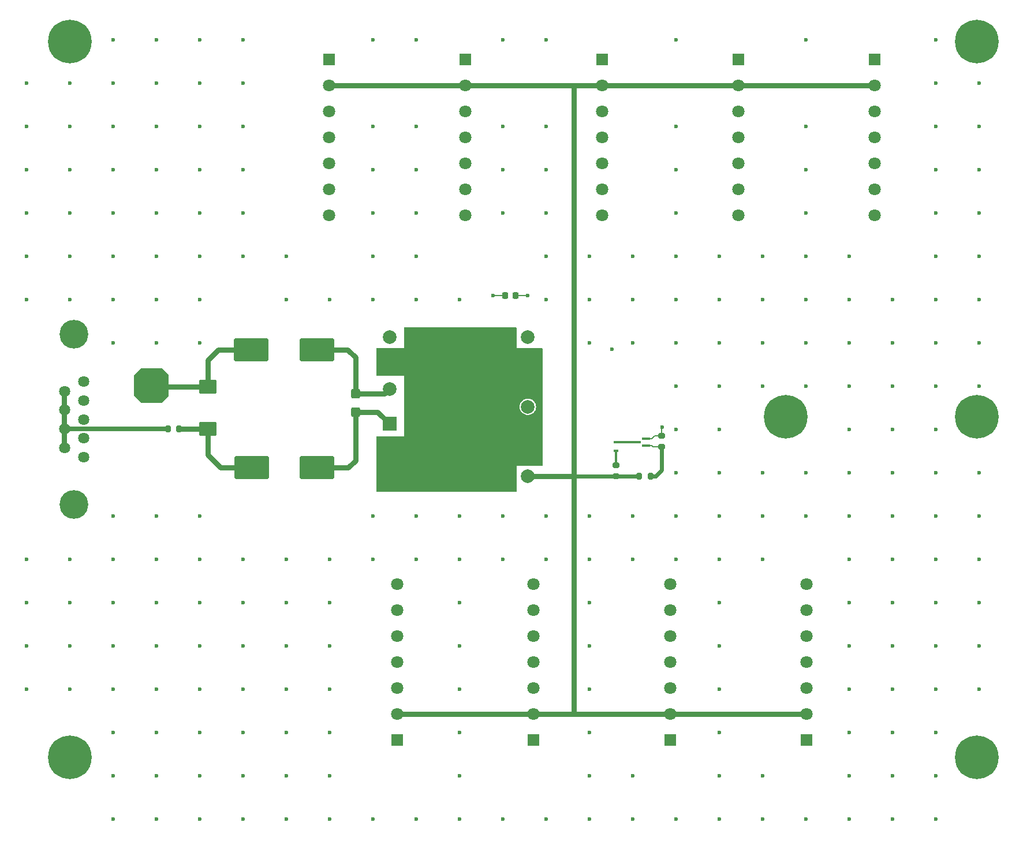
<source format=gbr>
%TF.GenerationSoftware,KiCad,Pcbnew,8.0.6*%
%TF.CreationDate,2024-12-10T16:09:11-05:00*%
%TF.ProjectId,Telem_PWR_Board,54656c65-6d5f-4505-9752-5f426f617264,rev?*%
%TF.SameCoordinates,Original*%
%TF.FileFunction,Copper,L1,Top*%
%TF.FilePolarity,Positive*%
%FSLAX46Y46*%
G04 Gerber Fmt 4.6, Leading zero omitted, Abs format (unit mm)*
G04 Created by KiCad (PCBNEW 8.0.6) date 2024-12-10 16:09:11*
%MOMM*%
%LPD*%
G01*
G04 APERTURE LIST*
G04 Aperture macros list*
%AMRoundRect*
0 Rectangle with rounded corners*
0 $1 Rounding radius*
0 $2 $3 $4 $5 $6 $7 $8 $9 X,Y pos of 4 corners*
0 Add a 4 corners polygon primitive as box body*
4,1,4,$2,$3,$4,$5,$6,$7,$8,$9,$2,$3,0*
0 Add four circle primitives for the rounded corners*
1,1,$1+$1,$2,$3*
1,1,$1+$1,$4,$5*
1,1,$1+$1,$6,$7*
1,1,$1+$1,$8,$9*
0 Add four rect primitives between the rounded corners*
20,1,$1+$1,$2,$3,$4,$5,0*
20,1,$1+$1,$4,$5,$6,$7,0*
20,1,$1+$1,$6,$7,$8,$9,0*
20,1,$1+$1,$8,$9,$2,$3,0*%
G04 Aperture macros list end*
%TA.AperFunction,SMDPad,CuDef*%
%ADD10RoundRect,0.250000X1.025000X-0.787500X1.025000X0.787500X-1.025000X0.787500X-1.025000X-0.787500X0*%
%TD*%
%TA.AperFunction,ComponentPad*%
%ADD11C,6.400000*%
%TD*%
%TA.AperFunction,SMDPad,CuDef*%
%ADD12RoundRect,0.250000X0.425000X-0.450000X0.425000X0.450000X-0.425000X0.450000X-0.425000X-0.450000X0*%
%TD*%
%TA.AperFunction,ComponentPad*%
%ADD13R,1.800000X1.800000*%
%TD*%
%TA.AperFunction,ComponentPad*%
%ADD14C,1.800000*%
%TD*%
%TA.AperFunction,SMDPad,CuDef*%
%ADD15RoundRect,0.200000X-0.275000X0.200000X-0.275000X-0.200000X0.275000X-0.200000X0.275000X0.200000X0*%
%TD*%
%TA.AperFunction,SMDPad,CuDef*%
%ADD16RoundRect,0.225000X0.225000X0.250000X-0.225000X0.250000X-0.225000X-0.250000X0.225000X-0.250000X0*%
%TD*%
%TA.AperFunction,SMDPad,CuDef*%
%ADD17RoundRect,0.170000X2.330000X-1.530000X2.330000X1.530000X-2.330000X1.530000X-2.330000X-1.530000X0*%
%TD*%
%TA.AperFunction,SMDPad,CuDef*%
%ADD18RoundRect,0.200000X-0.200000X-0.275000X0.200000X-0.275000X0.200000X0.275000X-0.200000X0.275000X0*%
%TD*%
%TA.AperFunction,SMDPad,CuDef*%
%ADD19R,0.711200X0.444500*%
%TD*%
%TA.AperFunction,ComponentPad*%
%ADD20R,2.000000X2.000000*%
%TD*%
%TA.AperFunction,ComponentPad*%
%ADD21C,2.000000*%
%TD*%
%TA.AperFunction,SMDPad,CuDef*%
%ADD22R,1.161200X0.350800*%
%TD*%
%TA.AperFunction,ComponentPad*%
%ADD23C,1.635000*%
%TD*%
%TA.AperFunction,ComponentPad*%
%ADD24C,4.216000*%
%TD*%
%TA.AperFunction,ViaPad*%
%ADD25C,1.200000*%
%TD*%
%TA.AperFunction,ViaPad*%
%ADD26C,0.600000*%
%TD*%
%TA.AperFunction,Conductor*%
%ADD27C,0.800000*%
%TD*%
%TA.AperFunction,Conductor*%
%ADD28C,0.600000*%
%TD*%
%TA.AperFunction,Conductor*%
%ADD29C,0.200000*%
%TD*%
%TA.AperFunction,Conductor*%
%ADD30C,0.700000*%
%TD*%
%TA.AperFunction,Conductor*%
%ADD31C,0.300000*%
%TD*%
G04 APERTURE END LIST*
D10*
%TO.P,C1,1*%
%TO.N,Net-(C1-Pad1)*%
X255170000Y-196802500D03*
%TO.P,C1,2*%
%TO.N,/V_SEC_RTN*%
X255170000Y-190577500D03*
%TD*%
D11*
%TO.P,H6,1,1*%
%TO.N,CHASSIS*%
X235000000Y-140000000D03*
%TD*%
D12*
%TO.P,C2,1*%
%TO.N,/Telem_PWR_Single_Rail/V_POS*%
X276860221Y-194340657D03*
%TO.P,C2,2*%
%TO.N,/Telem_PWR_Single_Rail/V_RTN*%
X276860221Y-191640657D03*
%TD*%
D13*
%TO.P,J7,01,01*%
%TO.N,/V_P5V_RTN*%
X303000000Y-242400000D03*
D14*
%TO.P,J7,02,02*%
%TO.N,/V_P5V*%
X303000000Y-238590000D03*
%TO.P,J7,03,03*%
%TO.N,/V_P5V_RTN*%
X303000000Y-234780000D03*
%TO.P,J7,04,04*%
%TO.N,/V_SEC_RTN*%
X303000000Y-230970000D03*
%TO.P,J7,05,05*%
%TO.N,/V_SEC_IN*%
X303000000Y-227160000D03*
%TO.P,J7,06,06*%
%TO.N,/V_SEC_RTN*%
X303000000Y-223350000D03*
%TO.P,J7,07,07*%
%TO.N,/V_SEC_IN*%
X303000000Y-219540000D03*
%TD*%
D11*
%TO.P,H4,1,1*%
%TO.N,CHASSIS*%
X340000000Y-195000000D03*
%TD*%
%TO.P,H5,1,1*%
%TO.N,CHASSIS*%
X368000000Y-195000000D03*
%TD*%
D15*
%TO.P,R4,1*%
%TO.N,Net-(LED1-Pad2)*%
X315076825Y-202083175D03*
%TO.P,R4,2*%
%TO.N,/V_P5V*%
X315076825Y-203733175D03*
%TD*%
D13*
%TO.P,J8,01,01*%
%TO.N,/V_P5V_RTN*%
X323000000Y-242400000D03*
D14*
%TO.P,J8,02,02*%
%TO.N,/V_P5V*%
X323000000Y-238590000D03*
%TO.P,J8,03,03*%
%TO.N,/V_P5V_RTN*%
X323000000Y-234780000D03*
%TO.P,J8,04,04*%
%TO.N,/V_SEC_RTN*%
X323000000Y-230970000D03*
%TO.P,J8,05,05*%
%TO.N,/V_SEC_IN*%
X323000000Y-227160000D03*
%TO.P,J8,06,06*%
%TO.N,/V_SEC_RTN*%
X323000000Y-223350000D03*
%TO.P,J8,07,07*%
%TO.N,/V_SEC_IN*%
X323000000Y-219540000D03*
%TD*%
D13*
%TO.P,J2,01,01*%
%TO.N,/V_P5V_RTN*%
X293000000Y-142600000D03*
D14*
%TO.P,J2,02,02*%
%TO.N,/V_P5V*%
X293000000Y-146410000D03*
%TO.P,J2,03,03*%
%TO.N,/V_P5V_RTN*%
X293000000Y-150220000D03*
%TO.P,J2,04,04*%
%TO.N,/V_SEC_RTN*%
X293000000Y-154030000D03*
%TO.P,J2,05,05*%
%TO.N,/V_SEC_IN*%
X293000000Y-157840000D03*
%TO.P,J2,06,06*%
%TO.N,/V_SEC_RTN*%
X293000000Y-161650000D03*
%TO.P,J2,07,07*%
%TO.N,/V_SEC_IN*%
X293000000Y-165460000D03*
%TD*%
D16*
%TO.P,C7,1*%
%TO.N,/V_P5V_RTN*%
X300325221Y-177203157D03*
%TO.P,C7,2*%
%TO.N,CHASSIS*%
X298775221Y-177203157D03*
%TD*%
D13*
%TO.P,J6,01,01*%
%TO.N,/V_P5V_RTN*%
X283000000Y-242400000D03*
D14*
%TO.P,J6,02,02*%
%TO.N,/V_P5V*%
X283000000Y-238590000D03*
%TO.P,J6,03,03*%
%TO.N,/V_P5V_RTN*%
X283000000Y-234780000D03*
%TO.P,J6,04,04*%
%TO.N,/V_SEC_RTN*%
X283000000Y-230970000D03*
%TO.P,J6,05,05*%
%TO.N,/V_SEC_IN*%
X283000000Y-227160000D03*
%TO.P,J6,06,06*%
%TO.N,/V_SEC_RTN*%
X283000000Y-223350000D03*
%TO.P,J6,07,07*%
%TO.N,/V_SEC_IN*%
X283000000Y-219540000D03*
%TD*%
D11*
%TO.P,H2,1,1*%
%TO.N,CHASSIS*%
X368000000Y-245000000D03*
%TD*%
D13*
%TO.P,J9,01,01*%
%TO.N,/V_P5V_RTN*%
X343000000Y-242400000D03*
D14*
%TO.P,J9,02,02*%
%TO.N,/V_P5V*%
X343000000Y-238590000D03*
%TO.P,J9,03,03*%
%TO.N,/V_P5V_RTN*%
X343000000Y-234780000D03*
%TO.P,J9,04,04*%
%TO.N,/V_SEC_RTN*%
X343000000Y-230970000D03*
%TO.P,J9,05,05*%
%TO.N,/V_SEC_IN*%
X343000000Y-227160000D03*
%TO.P,J9,06,06*%
%TO.N,/V_SEC_RTN*%
X343000000Y-223350000D03*
%TO.P,J9,07,07*%
%TO.N,/V_SEC_IN*%
X343000000Y-219540000D03*
%TD*%
D11*
%TO.P,H1,1,1*%
%TO.N,CHASSIS*%
X235000000Y-245000000D03*
%TD*%
D17*
%TO.P,L2,1,1*%
%TO.N,/V_SEC_RTN*%
X261570000Y-185191000D03*
%TO.P,L2,2,2*%
%TO.N,/Telem_PWR_Single_Rail/V_RTN*%
X271170000Y-185191000D03*
%TD*%
D13*
%TO.P,J4,01,01*%
%TO.N,/V_P5V_RTN*%
X333000000Y-142600000D03*
D14*
%TO.P,J4,02,02*%
%TO.N,/V_P5V*%
X333000000Y-146410000D03*
%TO.P,J4,03,03*%
%TO.N,/V_P5V_RTN*%
X333000000Y-150220000D03*
%TO.P,J4,04,04*%
%TO.N,/V_SEC_RTN*%
X333000000Y-154030000D03*
%TO.P,J4,05,05*%
%TO.N,/V_SEC_IN*%
X333000000Y-157840000D03*
%TO.P,J4,06,06*%
%TO.N,/V_SEC_RTN*%
X333000000Y-161650000D03*
%TO.P,J4,07,07*%
%TO.N,/V_SEC_IN*%
X333000000Y-165460000D03*
%TD*%
D18*
%TO.P,R2,1*%
%TO.N,/V_P5V*%
X318471825Y-203738175D03*
%TO.P,R2,2*%
%TO.N,Net-(M1-Pad1)*%
X320121825Y-203738175D03*
%TD*%
D19*
%TO.P,LED,1*%
%TO.N,Net-(LED1-Pad1)*%
X315066825Y-198769525D03*
%TO.P,LED,2*%
%TO.N,Net-(LED1-Pad2)*%
X315066825Y-200026825D03*
%TD*%
D13*
%TO.P,J1,01,01*%
%TO.N,/V_P5V_RTN*%
X273000000Y-142600000D03*
D14*
%TO.P,J1,02,02*%
%TO.N,/V_P5V*%
X273000000Y-146410000D03*
%TO.P,J1,03,03*%
%TO.N,/V_P5V_RTN*%
X273000000Y-150220000D03*
%TO.P,J1,04,04*%
%TO.N,/V_SEC_RTN*%
X273000000Y-154030000D03*
%TO.P,J1,05,05*%
%TO.N,/V_SEC_IN*%
X273000000Y-157840000D03*
%TO.P,J1,06,06*%
%TO.N,/V_SEC_RTN*%
X273000000Y-161650000D03*
%TO.P,J1,07,07*%
%TO.N,/V_SEC_IN*%
X273000000Y-165460000D03*
%TD*%
D20*
%TO.P,U1,1,+VIN*%
%TO.N,/Telem_PWR_Single_Rail/V_POS*%
X281837721Y-196043157D03*
D21*
%TO.P,U1,2,-VIN*%
%TO.N,/Telem_PWR_Single_Rail/V_RTN*%
X281837721Y-190943157D03*
%TO.P,U1,3,+VOUT*%
%TO.N,/V_P5V*%
X302137721Y-203743157D03*
%TO.P,U1,4,TRIM*%
%TO.N,unconnected-(U1-TRIM-Pad4)*%
X302137721Y-193543157D03*
%TO.P,U1,5,-VOUT*%
%TO.N,/V_P5V_RTN*%
X302137721Y-183343157D03*
%TO.P,U1,6,REMOTE*%
%TO.N,unconnected-(U1-REMOTE-Pad6)*%
X281837721Y-183343157D03*
%TD*%
D22*
%TO.P,M1,1,1*%
%TO.N,Net-(M1-Pad1)*%
X319451825Y-199258174D03*
%TO.P,M1,2,2*%
%TO.N,/V_P5V_RTN*%
X319451825Y-198258176D03*
%TO.P,M1,3,3*%
%TO.N,Net-(LED1-Pad1)*%
X318101825Y-198758175D03*
%TD*%
D18*
%TO.P,F1,1*%
%TO.N,/V_SEC_IN*%
X249335221Y-196793157D03*
%TO.P,F1,2*%
%TO.N,Net-(C1-Pad1)*%
X250985221Y-196793157D03*
%TD*%
D13*
%TO.P,J5,01,01*%
%TO.N,/V_P5V_RTN*%
X353000000Y-142600000D03*
D14*
%TO.P,J5,02,02*%
%TO.N,/V_P5V*%
X353000000Y-146410000D03*
%TO.P,J5,03,03*%
%TO.N,/V_P5V_RTN*%
X353000000Y-150220000D03*
%TO.P,J5,04,04*%
%TO.N,/V_SEC_RTN*%
X353000000Y-154030000D03*
%TO.P,J5,05,05*%
%TO.N,/V_SEC_IN*%
X353000000Y-157840000D03*
%TO.P,J5,06,06*%
%TO.N,/V_SEC_RTN*%
X353000000Y-161650000D03*
%TO.P,J5,07,07*%
%TO.N,/V_SEC_IN*%
X353000000Y-165460000D03*
%TD*%
D13*
%TO.P,J3,01,01*%
%TO.N,/V_P5V_RTN*%
X313000000Y-142600000D03*
D14*
%TO.P,J3,02,02*%
%TO.N,/V_P5V*%
X313000000Y-146410000D03*
%TO.P,J3,03,03*%
%TO.N,/V_P5V_RTN*%
X313000000Y-150220000D03*
%TO.P,J3,04,04*%
%TO.N,/V_SEC_RTN*%
X313000000Y-154030000D03*
%TO.P,J3,05,05*%
%TO.N,/V_SEC_IN*%
X313000000Y-157840000D03*
%TO.P,J3,06,06*%
%TO.N,/V_SEC_RTN*%
X313000000Y-161650000D03*
%TO.P,J3,07,07*%
%TO.N,/V_SEC_IN*%
X313000000Y-165460000D03*
%TD*%
D23*
%TO.P,P1,1*%
%TO.N,/V_SEC_RTN*%
X237010000Y-200940000D03*
%TO.P,P1,2*%
X237010000Y-198170000D03*
%TO.P,P1,3*%
%TO.N,unconnected-(P1-Pad3)*%
X237010000Y-195400000D03*
%TO.P,P1,4*%
%TO.N,/V_SEC_RTN*%
X237010000Y-192630000D03*
%TO.P,P1,5*%
X237010000Y-189860000D03*
%TO.P,P1,6*%
%TO.N,/V_SEC_IN*%
X234170000Y-199555000D03*
%TO.P,P1,7*%
X234170000Y-196785000D03*
%TO.P,P1,8*%
X234170000Y-194015000D03*
%TO.P,P1,9*%
X234170000Y-191245000D03*
D24*
%TO.P,P1,S1*%
%TO.N,CHASSIS*%
X235590000Y-182900000D03*
%TO.P,P1,S2*%
X235590000Y-207900000D03*
%TD*%
D17*
%TO.P,L1,1,1*%
%TO.N,Net-(C1-Pad1)*%
X261630000Y-202461000D03*
%TO.P,L1,2,2*%
%TO.N,/Telem_PWR_Single_Rail/V_POS*%
X271230000Y-202461000D03*
%TD*%
D11*
%TO.P,H3,1,1*%
%TO.N,CHASSIS*%
X368000000Y-140000000D03*
%TD*%
D15*
%TO.P,R3,1*%
%TO.N,/V_P5V_RTN*%
X321796825Y-197773175D03*
%TO.P,R3,2*%
%TO.N,Net-(M1-Pad1)*%
X321796825Y-199423175D03*
%TD*%
D25*
%TO.N,CHASSIS*%
X282575000Y-198755000D03*
X282575000Y-186055000D03*
X301625000Y-189230000D03*
X301625000Y-186055000D03*
X301625000Y-198755000D03*
X282575000Y-201930000D03*
X282575000Y-205105000D03*
X288925000Y-205105000D03*
X298450000Y-205105000D03*
X298450000Y-201930000D03*
X292100000Y-201930000D03*
X292100000Y-205105000D03*
X288925000Y-201930000D03*
X295275000Y-205105000D03*
X285750000Y-201930000D03*
X292100000Y-195580000D03*
X295275000Y-201930000D03*
X285750000Y-205105000D03*
X288925000Y-198755000D03*
X295275000Y-198755000D03*
X298450000Y-198755000D03*
X285750000Y-198755000D03*
X285750000Y-195580000D03*
X292100000Y-198755000D03*
X288925000Y-195580000D03*
X298450000Y-195580000D03*
X295275000Y-195580000D03*
X292100000Y-189230000D03*
X288925000Y-192405000D03*
X295275000Y-192405000D03*
X298450000Y-192405000D03*
X285750000Y-192405000D03*
X285750000Y-189230000D03*
X292100000Y-192405000D03*
X288925000Y-189230000D03*
X298450000Y-189230000D03*
X295275000Y-189230000D03*
X292100000Y-186055000D03*
X285750000Y-186055000D03*
X288925000Y-186055000D03*
X298450000Y-186055000D03*
X295275000Y-186055000D03*
X295275000Y-182880000D03*
X298450000Y-182880000D03*
X292100000Y-182880000D03*
X288925000Y-182880000D03*
D26*
%TO.N,/V_SEC_RTN*%
X336550000Y-247650000D03*
X245670000Y-190400000D03*
X323850000Y-165100000D03*
X304800000Y-209550000D03*
X323850000Y-215900000D03*
X336550000Y-171450000D03*
X317500000Y-209550000D03*
X323850000Y-209550000D03*
X247650000Y-158750000D03*
X323850000Y-177800000D03*
X228600000Y-222250000D03*
X355600000Y-190500000D03*
X368300000Y-171450000D03*
X241300000Y-171450000D03*
X285750000Y-215900000D03*
X285750000Y-171450000D03*
X254000000Y-228600000D03*
X311150000Y-171450000D03*
X279400000Y-165100000D03*
X368300000Y-215900000D03*
X323850000Y-190500000D03*
X273050000Y-228600000D03*
X266700000Y-171450000D03*
X247650000Y-254000000D03*
X361950000Y-190500000D03*
X260350000Y-165100000D03*
X349250000Y-203200000D03*
X368300000Y-152400000D03*
X349250000Y-247650000D03*
X273050000Y-241300000D03*
X248210000Y-190400000D03*
X323850000Y-184150000D03*
X311150000Y-184150000D03*
X330200000Y-184150000D03*
X330200000Y-234950000D03*
X241300000Y-228600000D03*
X355600000Y-209550000D03*
X355600000Y-196850000D03*
X273050000Y-222250000D03*
X355600000Y-241300000D03*
X361950000Y-146050000D03*
X241300000Y-177800000D03*
X330200000Y-247650000D03*
X317500000Y-254000000D03*
X342900000Y-139700000D03*
X273050000Y-234950000D03*
X349250000Y-196850000D03*
X342900000Y-152400000D03*
X292100000Y-254000000D03*
X349250000Y-171450000D03*
X304800000Y-171450000D03*
X349250000Y-254000000D03*
X336550000Y-254000000D03*
X260350000Y-139700000D03*
X368300000Y-209550000D03*
X317500000Y-247650000D03*
X266700000Y-247650000D03*
X342900000Y-171450000D03*
X304800000Y-158750000D03*
X246940000Y-191670000D03*
X361950000Y-234950000D03*
X336550000Y-209550000D03*
X279400000Y-209550000D03*
X304800000Y-177800000D03*
X254000000Y-146050000D03*
X247650000Y-184150000D03*
X285750000Y-254000000D03*
X228600000Y-152400000D03*
X311150000Y-254000000D03*
X247650000Y-209550000D03*
X311150000Y-234950000D03*
X241300000Y-139700000D03*
X292100000Y-241300000D03*
X292100000Y-215900000D03*
X266700000Y-177800000D03*
X247650000Y-215900000D03*
X330200000Y-190500000D03*
X241300000Y-234950000D03*
X241300000Y-165100000D03*
X368300000Y-228600000D03*
X254000000Y-177800000D03*
X298450000Y-254000000D03*
X361950000Y-171450000D03*
X241300000Y-152400000D03*
X247650000Y-177800000D03*
X247650000Y-234950000D03*
X247650000Y-165100000D03*
X260350000Y-171450000D03*
X273050000Y-215900000D03*
X260350000Y-234950000D03*
X330200000Y-228600000D03*
X368300000Y-203200000D03*
X241300000Y-254000000D03*
X330200000Y-177800000D03*
X361950000Y-228600000D03*
X260350000Y-222250000D03*
X254000000Y-165100000D03*
X298450000Y-209550000D03*
X254000000Y-222250000D03*
X254000000Y-184150000D03*
X330200000Y-209550000D03*
X245670000Y-189130000D03*
X361950000Y-247650000D03*
X254000000Y-209550000D03*
X336550000Y-215900000D03*
X342900000Y-203200000D03*
X361950000Y-209550000D03*
X241300000Y-222250000D03*
X368300000Y-184150000D03*
X349250000Y-241300000D03*
X349250000Y-177800000D03*
X273050000Y-247650000D03*
X368300000Y-222250000D03*
X342900000Y-209550000D03*
X254000000Y-215900000D03*
X304800000Y-254000000D03*
X279400000Y-254000000D03*
X311150000Y-215900000D03*
X260350000Y-254000000D03*
X254000000Y-247650000D03*
X234950000Y-177800000D03*
X336550000Y-190500000D03*
X241300000Y-184150000D03*
X228600000Y-171450000D03*
X311150000Y-209550000D03*
X323850000Y-196850000D03*
X234950000Y-165100000D03*
X292100000Y-234950000D03*
X241300000Y-247650000D03*
X279400000Y-171450000D03*
X260350000Y-228600000D03*
X349250000Y-215900000D03*
X266700000Y-241300000D03*
X254000000Y-158750000D03*
X247650000Y-171450000D03*
X323850000Y-203200000D03*
X368300000Y-146050000D03*
X285750000Y-158750000D03*
X247650000Y-228600000D03*
X285750000Y-139700000D03*
X234950000Y-171450000D03*
X254000000Y-254000000D03*
X368300000Y-190500000D03*
X247650000Y-222250000D03*
X355600000Y-215900000D03*
X355600000Y-184150000D03*
X304800000Y-139700000D03*
X260350000Y-247650000D03*
X336550000Y-184150000D03*
X361950000Y-152400000D03*
X260350000Y-158750000D03*
X285750000Y-209550000D03*
X285750000Y-152400000D03*
X342900000Y-158750000D03*
X349250000Y-190500000D03*
X355600000Y-234950000D03*
X342900000Y-165100000D03*
X361950000Y-177800000D03*
X234950000Y-215900000D03*
X342900000Y-190500000D03*
X349250000Y-234950000D03*
X342900000Y-177800000D03*
X317500000Y-184150000D03*
X311150000Y-222250000D03*
X361950000Y-254000000D03*
X273050000Y-177800000D03*
X228600000Y-146050000D03*
X234950000Y-158750000D03*
X279400000Y-152400000D03*
X266700000Y-254000000D03*
X361950000Y-165100000D03*
X368300000Y-234950000D03*
X361950000Y-139700000D03*
X254000000Y-234950000D03*
X245670000Y-191670000D03*
X361950000Y-158750000D03*
X234950000Y-234950000D03*
X292100000Y-228600000D03*
X330200000Y-203200000D03*
X355600000Y-247650000D03*
X228600000Y-215900000D03*
X241300000Y-241300000D03*
X317500000Y-177800000D03*
X241300000Y-158750000D03*
X247650000Y-139700000D03*
X241300000Y-209550000D03*
X260350000Y-146050000D03*
X304800000Y-152400000D03*
X323850000Y-171450000D03*
X361950000Y-222250000D03*
X279400000Y-139700000D03*
X323850000Y-254000000D03*
X234950000Y-222250000D03*
X323850000Y-152400000D03*
X330200000Y-196850000D03*
X330200000Y-215900000D03*
X361950000Y-184150000D03*
X368300000Y-177800000D03*
X247650000Y-241300000D03*
X260350000Y-215900000D03*
X279400000Y-177800000D03*
X260350000Y-152400000D03*
X330200000Y-241300000D03*
X311150000Y-177800000D03*
X368300000Y-165100000D03*
X234950000Y-228600000D03*
X260350000Y-241300000D03*
X247650000Y-152400000D03*
X241300000Y-215900000D03*
X246940000Y-189130000D03*
X311150000Y-241300000D03*
X355600000Y-222250000D03*
X248210000Y-191670000D03*
X311150000Y-228600000D03*
X246940000Y-190400000D03*
X254000000Y-139700000D03*
X342900000Y-254000000D03*
X330200000Y-171450000D03*
X349250000Y-209550000D03*
X323850000Y-139700000D03*
X304800000Y-165100000D03*
X266700000Y-228600000D03*
X228600000Y-158750000D03*
X254000000Y-241300000D03*
X234950000Y-146050000D03*
X247650000Y-247650000D03*
X349250000Y-222250000D03*
X323850000Y-158750000D03*
X361950000Y-196850000D03*
X273050000Y-254000000D03*
X361950000Y-241300000D03*
X336550000Y-177800000D03*
X311150000Y-247650000D03*
X298450000Y-139700000D03*
X254000000Y-171450000D03*
X285750000Y-165100000D03*
X266700000Y-215900000D03*
X228600000Y-228600000D03*
X247650000Y-146050000D03*
X298450000Y-165100000D03*
X298450000Y-152400000D03*
X285750000Y-177800000D03*
X266700000Y-222250000D03*
X355600000Y-203200000D03*
X342900000Y-184150000D03*
X336550000Y-203200000D03*
X298450000Y-215900000D03*
X234950000Y-152400000D03*
X292100000Y-177800000D03*
X298450000Y-158750000D03*
X349250000Y-184150000D03*
X292100000Y-209550000D03*
X330200000Y-222250000D03*
X228600000Y-177800000D03*
X317500000Y-215900000D03*
X368300000Y-158750000D03*
X228600000Y-165100000D03*
X361950000Y-215900000D03*
X292100000Y-222250000D03*
X241300000Y-146050000D03*
X349250000Y-228600000D03*
X304800000Y-215900000D03*
X228600000Y-234950000D03*
X266700000Y-234950000D03*
X279400000Y-158750000D03*
X355600000Y-228600000D03*
X248210000Y-189130000D03*
X317500000Y-171450000D03*
X355600000Y-177800000D03*
X279400000Y-215900000D03*
X361950000Y-203200000D03*
X292100000Y-247650000D03*
X330200000Y-254000000D03*
X355600000Y-254000000D03*
X254000000Y-152400000D03*
%TO.N,CHASSIS*%
X297000221Y-177193157D03*
D25*
X285750000Y-182880000D03*
D26*
%TO.N,/V_P5V_RTN*%
X302150221Y-177203157D03*
X314490000Y-185142500D03*
X321800000Y-196540000D03*
%TD*%
D27*
%TO.N,Net-(C1-Pad1)*%
X257061000Y-202461000D02*
X255170000Y-200570000D01*
X261630000Y-202461000D02*
X257061000Y-202461000D01*
X255170000Y-196802500D02*
X250994564Y-196802500D01*
X255170000Y-200570000D02*
X255170000Y-196802500D01*
X250994564Y-196802500D02*
X250985221Y-196793157D01*
%TO.N,/V_SEC_RTN*%
X255170000Y-186740000D02*
X255170000Y-190577500D01*
X256719000Y-185191000D02*
X255170000Y-186740000D01*
X255170000Y-190577500D02*
X245847500Y-190577500D01*
X245847500Y-190577500D02*
X245670000Y-190400000D01*
X261570000Y-185191000D02*
X256719000Y-185191000D01*
%TO.N,/Telem_PWR_Single_Rail/V_POS*%
X280135221Y-194340657D02*
X276860221Y-194340657D01*
X281837721Y-196043157D02*
X280135221Y-194340657D01*
X276860221Y-194340657D02*
X276860221Y-201409779D01*
X276860221Y-201409779D02*
X275809000Y-202461000D01*
X275809000Y-202461000D02*
X271230000Y-202461000D01*
D28*
%TO.N,/V_P5V*%
X308890000Y-203740000D02*
X315070000Y-203740000D01*
D27*
X308890000Y-238590000D02*
X343000000Y-238590000D01*
X308890000Y-203740000D02*
X308890000Y-238590000D01*
X308890000Y-146410000D02*
X353000000Y-146410000D01*
D28*
X318471825Y-203738175D02*
X315081825Y-203738175D01*
D29*
X302137721Y-203743157D02*
X302140878Y-203740000D01*
D27*
X302140878Y-203740000D02*
X308890000Y-203740000D01*
D29*
X315081825Y-203738175D02*
X315076825Y-203733175D01*
X315081825Y-203738175D02*
X315091825Y-203748175D01*
D27*
X308890000Y-203740000D02*
X308890000Y-146410000D01*
X308890000Y-146410000D02*
X273000000Y-146410000D01*
D29*
X302130221Y-203750657D02*
X302200878Y-203680000D01*
D27*
X315070000Y-203740000D02*
X315076825Y-203733175D01*
D29*
X302130221Y-203750657D02*
X302137721Y-203743157D01*
D27*
X308890000Y-238590000D02*
X283000000Y-238590000D01*
D29*
%TO.N,CHASSIS*%
X297010221Y-177203157D02*
X297000221Y-177193157D01*
X298775221Y-177203157D02*
X297010221Y-177203157D01*
%TO.N,/V_SEC_IN*%
X234170221Y-196793157D02*
X234150221Y-196813157D01*
D30*
X249335221Y-196793157D02*
X234170221Y-196793157D01*
D27*
X234150221Y-196813157D02*
X234150221Y-199543157D01*
X234150221Y-196773157D02*
X234150221Y-191233157D01*
D29*
X234170221Y-196793157D02*
X234150221Y-196773157D01*
D27*
%TO.N,/Telem_PWR_Single_Rail/V_RTN*%
X281140221Y-191640657D02*
X281837721Y-190943157D01*
X276860221Y-191640657D02*
X281140221Y-191640657D01*
X276860221Y-186320221D02*
X275731000Y-185191000D01*
X276860221Y-191640657D02*
X276860221Y-186320221D01*
X275731000Y-185191000D02*
X271170000Y-185191000D01*
D29*
%TO.N,/V_P5V_RTN*%
X321796825Y-196543175D02*
X321800000Y-196540000D01*
X319451825Y-198258176D02*
X320276824Y-198258176D01*
X321796825Y-197773175D02*
X321796825Y-196543175D01*
X320276824Y-198258176D02*
X320761825Y-197773175D01*
X300325221Y-177203157D02*
X302150221Y-177203157D01*
X320761825Y-197773175D02*
X321796825Y-197773175D01*
D31*
%TO.N,Net-(LED1-Pad2)*%
X315076825Y-202083175D02*
X315076825Y-200036825D01*
D29*
X315076825Y-200036825D02*
X315066825Y-200026825D01*
D31*
%TO.N,Net-(LED1-Pad1)*%
X315066825Y-198769525D02*
X318090475Y-198769525D01*
D29*
X318090475Y-198769525D02*
X318101825Y-198758175D01*
%TO.N,Net-(M1-Pad1)*%
X320346824Y-199258174D02*
X320511825Y-199423175D01*
D28*
X321796825Y-202838175D02*
X321796825Y-199423175D01*
X320121825Y-203738175D02*
X320896825Y-203738175D01*
D29*
X320511825Y-199423175D02*
X321796825Y-199423175D01*
X319451825Y-199258174D02*
X320346824Y-199258174D01*
D28*
X320896825Y-203738175D02*
X321796825Y-202838175D01*
%TD*%
%TA.AperFunction,Conductor*%
%TO.N,/V_SEC_RTN*%
G36*
X248495677Y-187879685D02*
G01*
X248516319Y-187896319D01*
X249443681Y-188823681D01*
X249477166Y-188885004D01*
X249480000Y-188911362D01*
X249480000Y-191888638D01*
X249460315Y-191955677D01*
X249443681Y-191976319D01*
X248516319Y-192903681D01*
X248454996Y-192937166D01*
X248428638Y-192940000D01*
X245451362Y-192940000D01*
X245384323Y-192920315D01*
X245363681Y-192903681D01*
X244436319Y-191976319D01*
X244402834Y-191914996D01*
X244400000Y-191888638D01*
X244400000Y-188911362D01*
X244419685Y-188844323D01*
X244436319Y-188823681D01*
X245363681Y-187896319D01*
X245425004Y-187862834D01*
X245451362Y-187860000D01*
X248428638Y-187860000D01*
X248495677Y-187879685D01*
G37*
%TD.AperFunction*%
%TD*%
%TA.AperFunction,Conductor*%
%TO.N,CHASSIS*%
G36*
X300425039Y-181883685D02*
G01*
X300470794Y-181936489D01*
X300482000Y-181988000D01*
X300482000Y-184912000D01*
X304168000Y-184912000D01*
X304235039Y-184931685D01*
X304280794Y-184984489D01*
X304292000Y-185036000D01*
X304292000Y-202060000D01*
X304272315Y-202127039D01*
X304219511Y-202172794D01*
X304168000Y-202184000D01*
X300482000Y-202184000D01*
X300482000Y-205870000D01*
X300462315Y-205937039D01*
X300409511Y-205982794D01*
X300358000Y-205994000D01*
X280032000Y-205994000D01*
X279964961Y-205974315D01*
X279919206Y-205921511D01*
X279908000Y-205870000D01*
X279908000Y-197990000D01*
X279927685Y-197922961D01*
X279980489Y-197877206D01*
X280032000Y-197866000D01*
X283972000Y-197866000D01*
X283972000Y-193543156D01*
X300932078Y-193543156D01*
X300932078Y-193543157D01*
X300952605Y-193764692D01*
X300952606Y-193764694D01*
X301013490Y-193978680D01*
X301013496Y-193978695D01*
X301112659Y-194177840D01*
X301112664Y-194177848D01*
X301246741Y-194355395D01*
X301411158Y-194505280D01*
X301411160Y-194505282D01*
X301600316Y-194622402D01*
X301600317Y-194622402D01*
X301600320Y-194622404D01*
X301807781Y-194702775D01*
X302026478Y-194743657D01*
X302026480Y-194743657D01*
X302248962Y-194743657D01*
X302248964Y-194743657D01*
X302467661Y-194702775D01*
X302675122Y-194622404D01*
X302864283Y-194505281D01*
X303028702Y-194355393D01*
X303162779Y-194177846D01*
X303261950Y-193978685D01*
X303322836Y-193764693D01*
X303343364Y-193543157D01*
X303322836Y-193321621D01*
X303261950Y-193107629D01*
X303261945Y-193107618D01*
X303162782Y-192908473D01*
X303162777Y-192908465D01*
X303028700Y-192730918D01*
X302864283Y-192581033D01*
X302864281Y-192581031D01*
X302675125Y-192463911D01*
X302675119Y-192463909D01*
X302467661Y-192383539D01*
X302248964Y-192342657D01*
X302026478Y-192342657D01*
X301807781Y-192383539D01*
X301676585Y-192434364D01*
X301600322Y-192463909D01*
X301600316Y-192463911D01*
X301411160Y-192581031D01*
X301411158Y-192581033D01*
X301246741Y-192730918D01*
X301112664Y-192908465D01*
X301112659Y-192908473D01*
X301013496Y-193107618D01*
X301013490Y-193107633D01*
X300952606Y-193321619D01*
X300952605Y-193321621D01*
X300932078Y-193543156D01*
X283972000Y-193543156D01*
X283972000Y-188976000D01*
X280032000Y-188976000D01*
X279964961Y-188956315D01*
X279919206Y-188903511D01*
X279908000Y-188852000D01*
X279908000Y-185036000D01*
X279927685Y-184968961D01*
X279980489Y-184923206D01*
X280032000Y-184912000D01*
X283972000Y-184912000D01*
X283972000Y-181988000D01*
X283991685Y-181920961D01*
X284044489Y-181875206D01*
X284096000Y-181864000D01*
X300358000Y-181864000D01*
X300425039Y-181883685D01*
G37*
%TD.AperFunction*%
%TD*%
M02*

</source>
